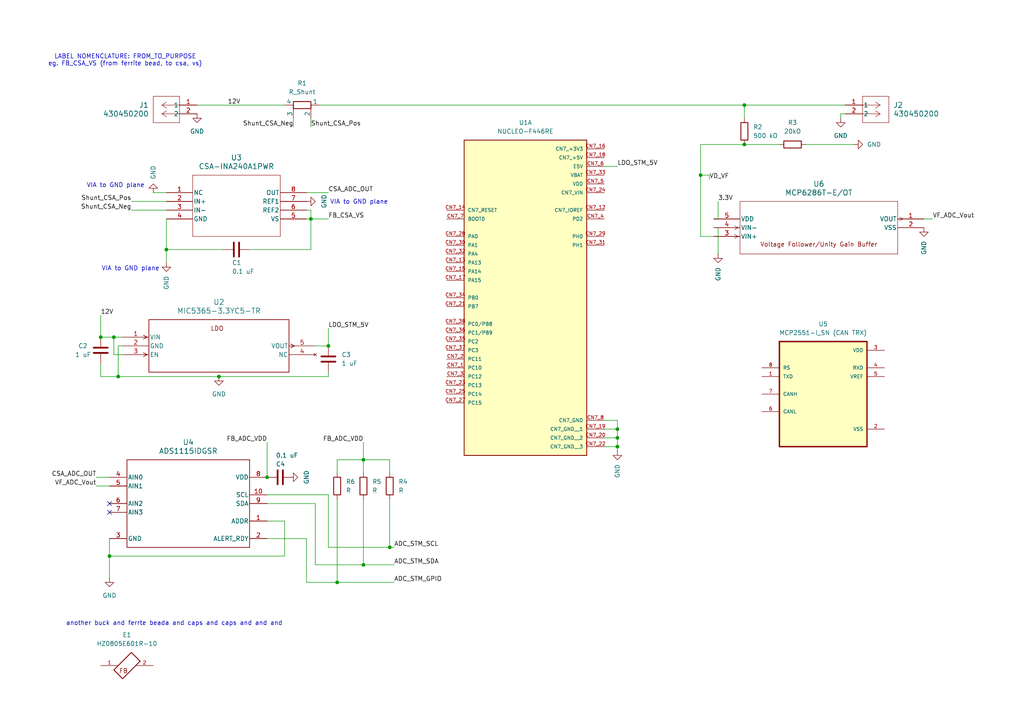
<source format=kicad_sch>
(kicad_sch (version 20250114) (generator "eeschema") (generator_version "9.0")
  (paper "A4")
  (lib_symbols
    (symbol "Device:C" (pin_numbers (hide yes)) (pin_names (offset 0.254))
      (property "Reference" "C" (at 0.635 2.54 0))
      (property "Value" "C" (at 0.635 -2.54 0))
      (symbol "C_0_1"
        (polyline (pts (xy -2.032 0.762) (xy 2.032 0.762)) (stroke (width 0.508)))
        (polyline (pts (xy -2.032 -0.762) (xy 2.032 -0.762)) (stroke (width 0.508)))
      )
      (symbol "C_1_1"
        (pin passive line (at 0 3.81 270) (length 2.794) (name "~") (number "1"))
        (pin passive line (at 0 -3.81 90) (length 2.794) (name "~") (number "2"))
      )
    )
    (symbol "Device:R" (pin_numbers (hide yes)) (pin_names (offset 0))
      (property "Reference" "R" (at 2.032 0 90))
      (property "Value" "R" (at 0 0 90))
      (symbol "R_0_1"
        (rectangle (start -1.016 -2.54) (end 1.016 2.54) (stroke (width 0.254)))
      )
      (symbol "R_1_1"
        (pin passive line (at 0 3.81 270) (length 1.27) (name "~") (number "1"))
        (pin passive line (at 0 -3.81 90) (length 1.27) (name "~") (number "2"))
      )
    )
    (symbol "Device:R_Shunt" (pin_numbers (hide yes)) (pin_names (offset 0))
      (property "Reference" "R" (at -4.445 0 90))
      (property "Value" "R_Shunt" (at -2.54 0 90))
      (symbol "R_Shunt_0_1"
        (rectangle (start -1.016 -2.54) (end 1.016 2.54) (stroke (width 0.254)))
        (polyline (pts (xy 0 -2.54) (xy 1.27 -2.54)))
        (polyline (pts (xy 1.27 2.54) (xy 0 2.54)))
      )
      (symbol "R_Shunt_1_1"
        (pin passive line (at 0 5.08 270) (length 2.54) (name "1") (number "1"))
        (pin passive line (at 0 -5.08 90) (length 2.54) (name "4") (number "4"))
        (pin passive line (at 3.81 2.54 180) (length 2.54) (name "2") (number "2"))
        (pin passive line (at 3.81 -2.54 180) (length 2.54) (name "3") (number "3"))
      )
    )
    (symbol "SMV_Custom:430450200" (pin_names (offset 0.254))
      (property "Reference" "J" (at 8.89 6.35 0))
      (property "Value" "430450200" (at -3.048 -7.62 0))
      (symbol "430450200_1_1"
        (polyline (pts (xy 5.08 2.54) (xy 5.08 -5.08)) (stroke (width 0.127)))
        (polyline (pts (xy 5.08 -5.08) (xy 12.7 -5.08)) (stroke (width 0.127)))
        (polyline (pts (xy 10.16 0) (xy 5.08 0)) (stroke (width 0.127)))
        (polyline (pts (xy 10.16 0) (xy 8.89 0.8467)) (stroke (width 0.127)))
        (polyline (pts (xy 10.16 0) (xy 8.89 -0.8467)) (stroke (width 0.127)))
        (polyline (pts (xy 10.16 -2.54) (xy 5.08 -2.54)) (stroke (width 0.127)))
        (polyline (pts (xy 10.16 -2.54) (xy 8.89 -1.6933)) (stroke (width 0.127)))
        (polyline (pts (xy 10.16 -2.54) (xy 8.89 -3.3867)) (stroke (width 0.127)))
        (polyline (pts (xy 12.7 2.54) (xy 5.08 2.54)) (stroke (width 0.127)))
        (polyline (pts (xy 12.7 -5.08) (xy 12.7 2.54)) (stroke (width 0.127)))
        (pin unspecified line (at 0 0 0) (length 5.08) (name "1") (number "1"))
        (pin unspecified line (at 0 -2.54 0) (length 5.08) (name "2") (number "2"))
      )
      (symbol "430450200_1_2"
        (polyline (pts (xy 5.08 2.54) (xy 5.08 -5.08)) (stroke (width 0.127)))
        (polyline (pts (xy 5.08 -5.08) (xy 12.7 -5.08)) (stroke (width 0.127)))
        (polyline (pts (xy 7.62 0) (xy 5.08 0)) (stroke (width 0.127)))
        (polyline (pts (xy 7.62 0) (xy 8.89 0.8467)) (stroke (width 0.127)))
        (polyline (pts (xy 7.62 0) (xy 8.89 -0.8467)) (stroke (width 0.127)))
        (polyline (pts (xy 7.62 -2.54) (xy 5.08 -2.54)) (stroke (width 0.127)))
        (polyline (pts (xy 7.62 -2.54) (xy 8.89 -1.6933)) (stroke (width 0.127)))
        (polyline (pts (xy 7.62 -2.54) (xy 8.89 -3.3867)) (stroke (width 0.127)))
        (polyline (pts (xy 12.7 2.54) (xy 5.08 2.54)) (stroke (width 0.127)))
        (polyline (pts (xy 12.7 -5.08) (xy 12.7 2.54)) (stroke (width 0.127)))
        (pin unspecified line (at 0 0 0) (length 5.08) (name "1") (number "1"))
        (pin unspecified line (at 0 -2.54 0) (length 5.08) (name "2") (number "2"))
      )
    )
    (symbol "SMV_Custom:ADS1115IDGSR" (pin_names (offset 0.254))
      (property "Reference" "U" (at 0 2.54 0))
      (property "Value" "ADS1115IDGSR" (at 0 0 0))
      (symbol "ADS1115IDGSR_0_1"
        (polyline (pts (xy -17.78 12.7) (xy -17.78 -12.7)) (stroke (width 0.2032)))
        (polyline (pts (xy -17.78 -12.7) (xy 17.78 -12.7)) (stroke (width 0.2032)))
        (polyline (pts (xy 17.78 12.7) (xy -17.78 12.7)) (stroke (width 0.2032)))
        (polyline (pts (xy 17.78 -12.7) (xy 17.78 12.7)) (stroke (width 0.2032)))
        (pin power_in line (at -22.86 7.62 0) (length 5.08) (name "VDD") (number "8"))
        (pin input line (at -22.86 2.54 0) (length 5.08) (name "SCL") (number "10"))
        (pin bidirectional line (at -22.86 0 0) (length 5.08) (name "SDA") (number "9"))
        (pin input line (at -22.86 -5.08 0) (length 5.08) (name "ADDR") (number "1"))
        (pin output line (at -22.86 -10.16 0) (length 5.08) (name "ALERT_RDY") (number "2"))
        (pin input line (at 22.86 7.62 180) (length 5.08) (name "AIN0") (number "4"))
        (pin input line (at 22.86 5.08 180) (length 5.08) (name "AIN1") (number "5"))
        (pin input line (at 22.86 0 180) (length 5.08) (name "AIN2") (number "6"))
        (pin input line (at 22.86 -2.54 180) (length 5.08) (name "AIN3") (number "7"))
        (pin power_in line (at 22.86 -10.16 180) (length 5.08) (name "GND") (number "3"))
      )
    )
    (symbol "SMV_Custom:CSA-INA240A1PWR" (pin_names (offset 0.254))
      (property "Reference" "U" (at 20.32 10.16 0))
      (property "Value" "CSA-INA240A1PWR" (at 20.32 7.62 0))
      (symbol "CSA-INA240A1PWR_0_1"
        (polyline (pts (xy 7.62 5.08) (xy 7.62 -12.7)) (stroke (width 0.127)))
        (polyline (pts (xy 7.62 -12.7) (xy 33.02 -12.7)) (stroke (width 0.127)))
        (polyline (pts (xy 33.02 5.08) (xy 7.62 5.08)) (stroke (width 0.127)))
        (polyline (pts (xy 33.02 -12.7) (xy 33.02 5.08)) (stroke (width 0.127)))
        (pin unspecified line (at 0 0 0) (length 7.62) (name "NC") (number "1"))
        (pin input line (at 0 -2.54 0) (length 7.62) (name "IN+") (number "2"))
        (pin input line (at 0 -5.08 0) (length 7.62) (name "IN-") (number "3"))
        (pin power_in line (at 0 -7.62 0) (length 7.62) (name "GND") (number "4"))
        (pin output line (at 40.64 0 180) (length 7.62) (name "OUT") (number "8"))
        (pin input line (at 40.64 -2.54 180) (length 7.62) (name "REF1") (number "7"))
        (pin input line (at 40.64 -5.08 180) (length 7.62) (name "REF2") (number "6"))
        (pin power_in line (at 40.64 -7.62 180) (length 7.62) (name "VS") (number "5"))
      )
    )
    (symbol "SMV_Custom:HZ0805E601R-10" (pin_names (offset 1.016))
      (property "Reference" "E" (at -7.6244 5.0815 0))
      (property "Value" "HZ0805E601R-10" (at -7.63 -7.6266 0))
      (symbol "HZ0805E601R-10_0_0"
        (polyline (pts (xy -3.81 -1.27) (xy -1.27 -3.81)) (stroke (width 0.254)))
        (polyline (pts (xy -1.27 -3.81) (xy 3.81 1.27)) (stroke (width 0.254)))
        (polyline (pts (xy 1.27 3.81) (xy -3.81 -1.27)) (stroke (width 0.254)))
        (polyline (pts (xy 3.81 1.27) (xy 1.27 3.81)) (stroke (width 0.254)))
        (pin passive line (at -7.62 0 0) (length 5.08) (name "~") (number "1"))
        (pin passive line (at 7.62 0 180) (length 5.08) (name "~") (number "2"))
      )
      (symbol "HZ0805E601R-10_1_1"
        (text "FB" (at -1.016 -1.524 0) (effects (font (size 1.27 1.27))))
      )
    )
    (symbol "SMV_Custom:MCP2551-I_SN (CAN TRX)" (pin_names (offset 1.016))
      (property "Reference" "U" (at -12.7 16.24 0))
      (property "Value" "MCP2551-I_SN (CAN TRX)" (at -12.7 -19.24 0))
      (symbol "MCP2551-I_SN (CAN TRX)_0_0"
        (rectangle (start -12.7 -15.24) (end 12.7 15.24) (stroke (width 0.41)) (fill (type background)))
        (pin input line (at -17.78 7.62 0) (length 5.08) (name "RS") (number "8"))
        (pin input line (at -17.78 5.08 0) (length 5.08) (name "TXD") (number "1"))
        (pin bidirectional line (at -17.78 0 0) (length 5.08) (name "CANH") (number "7"))
        (pin bidirectional line (at -17.78 -5.08 0) (length 5.08) (name "CANL") (number "6"))
        (pin power_in line (at 17.78 12.7 180) (length 5.08) (name "VDD") (number "3"))
        (pin output line (at 17.78 7.62 180) (length 5.08) (name "RXD") (number "4"))
        (pin output line (at 17.78 5.08 180) (length 5.08) (name "VREF") (number "5"))
        (pin power_in line (at 17.78 -10.16 180) (length 5.08) (name "VSS") (number "2"))
      )
    )
    (symbol "SMV_Custom:MCP6286T-E_OT" (pin_names (offset 0.254))
      (property "Reference" "U6" (at 30.48 10.16 0))
      (property "Value" "MCP6286T-E/OT" (at 30.48 7.62 0))
      (symbol "MCP6286T-E_OT_0_1"
        (polyline (pts (xy 7.0993 0.5207) (xy 6.0579 0)) (stroke (width 0.127)))
        (polyline (pts (xy 7.0993 -0.5207) (xy 6.0579 0)) (stroke (width 0.127)))
        (polyline (pts (xy 7.62 5.08) (xy 7.62 -10.16)) (stroke (width 0.127)))
        (polyline (pts (xy 7.62 -10.16) (xy 53.34 -10.16)) (stroke (width 0.127)))
        (polyline (pts (xy 53.34 5.08) (xy 7.62 5.08)) (stroke (width 0.127)))
        (polyline (pts (xy 53.34 -10.16) (xy 53.34 5.08)) (stroke (width 0.127)))
        (polyline (pts (xy 53.8607 -2.54) (xy 54.9021 -2.0193)) (stroke (width 0.127)))
        (polyline (pts (xy 53.8607 -2.54) (xy 54.9021 -3.0607)) (stroke (width 0.127)))
        (polyline (pts (xy 53.8607 -5.08) (xy 54.9021 -4.5593)) (stroke (width 0.127)))
        (polyline (pts (xy 53.8607 -5.08) (xy 54.9021 -5.6007)) (stroke (width 0.127)))
        (pin output line (at 0 0 0) (length 7.62) (name "VOUT") (number "1"))
        (pin power_in line (at 0 -2.54 0) (length 7.62) (name "VSS") (number "2"))
        (pin power_in line (at 60.96 0 180) (length 7.62) (name "VDD") (number "5"))
        (pin input line (at 60.96 -2.54 180) (length 7.62) (name "VIN-") (number "4"))
        (pin input line (at 60.96 -5.08 180) (length 7.62) (name "VIN+") (number "3"))
      )
      (symbol "MCP6286T-E_OT_1_1"
        (text "Voltage Follower/Unity Gain Buffer" (at 30.48 -7.366 0) (effects (font (size 1.27 1.27))))
      )
    )
    (symbol "SMV_Custom:MIC5365-3.3YC5-TR" (pin_names (offset 0.254))
      (property "Reference" "U" (at 27.94 10.16 0))
      (property "Value" "MIC5365-3.3YC5-TR" (at 27.94 7.62 0))
      (symbol "MIC5365-3.3YC5-TR_0_1"
        (polyline (pts (xy 7.0993 0) (xy 6.0579 0.5207)) (stroke (width 0.2032)))
        (polyline (pts (xy 7.0993 0) (xy 6.0579 -0.5207)) (stroke (width 0.2032)))
        (polyline (pts (xy 7.0993 -5.08) (xy 6.0579 -4.5593)) (stroke (width 0.2032)))
        (polyline (pts (xy 7.0993 -5.08) (xy 6.0579 -5.6007)) (stroke (width 0.2032)))
        (polyline (pts (xy 7.62 5.08) (xy 7.62 -10.16)) (stroke (width 0.2032)))
        (polyline (pts (xy 7.62 -10.16) (xy 48.26 -10.16)) (stroke (width 0.2032)))
        (polyline (pts (xy 48.26 5.08) (xy 7.62 5.08)) (stroke (width 0.2032)))
        (polyline (pts (xy 48.26 -10.16) (xy 48.26 5.08)) (stroke (width 0.2032)))
        (polyline (pts (xy 48.7807 -2.0193) (xy 49.8221 -2.54)) (stroke (width 0.2032)))
        (polyline (pts (xy 48.7807 -3.0607) (xy 49.8221 -2.54)) (stroke (width 0.2032)))
        (pin input line (at 0 0 0) (length 7.62) (name "VIN") (number "1"))
        (pin power_in line (at 0 -2.54 0) (length 7.62) (name "GND") (number "2"))
        (pin input line (at 0 -5.08 0) (length 7.62) (name "EN") (number "3"))
        (pin output line (at 55.88 -2.54 180) (length 7.62) (name "VOUT") (number "5"))
        (pin no_connect line (at 55.88 -5.08 180) (length 7.62) (name "NC") (number "4"))
      )
      (symbol "MIC5365-3.3YC5-TR_1_1"
        (text "LDO\n" (at 27.432 2.54 0) (effects (font (size 1.27 1.27))))
      )
    )
    (symbol "SMV_Custom:NUCLEO-F446RE" (pin_names (offset 1.016))
      (property "Reference" "U" (at -17.78 41.91 0))
      (property "Value" "NUCLEO-F446RE" (at -17.78 -52.07 0))
      (symbol "NUCLEO-F446RE_1_0"
        (rectangle (start -17.78 -50.8) (end 17.78 40.64) (stroke (width 0.254)) (fill (type background)))
        (pin bidirectional line (at -22.86 20.32 0) (length 5.08) (name "CN7_RESET") (number "CN7_14"))
        (pin bidirectional line (at -22.86 17.78 0) (length 5.08) (name "BOOT0") (number "CN7_7"))
        (pin bidirectional line (at -22.86 12.7 0) (length 5.08) (name "PA0") (number "CN7_28"))
        (pin bidirectional line (at -22.86 10.16 0) (length 5.08) (name "PA1") (number "CN7_30"))
        (pin bidirectional line (at -22.86 7.62 0) (length 5.08) (name "PA4") (number "CN7_32"))
        (pin bidirectional line (at -22.86 5.08 0) (length 5.08) (name "PA13") (number "CN7_13"))
        (pin bidirectional line (at -22.86 2.54 0) (length 5.08) (name "PA14") (number "CN7_15"))
        (pin bidirectional line (at -22.86 0 0) (length 5.08) (name "PA15") (number "CN7_17"))
        (pin bidirectional line (at -22.86 -5.08 0) (length 5.08) (name "PB0") (number "CN7_34"))
        (pin bidirectional line (at -22.86 -7.62 0) (length 5.08) (name "PB7") (number "CN7_21"))
        (pin bidirectional line (at -22.86 -12.7 0) (length 5.08) (name "PC0/PB8") (number "CN7_38"))
        (pin bidirectional line (at -22.86 -15.24 0) (length 5.08) (name "PC1/PB9") (number "CN7_36"))
        (pin bidirectional line (at -22.86 -17.78 0) (length 5.08) (name "PC2") (number "CN7_35"))
        (pin bidirectional line (at -22.86 -20.32 0) (length 5.08) (name "PC3") (number "CN7_37"))
        (pin bidirectional line (at -22.86 -22.86 0) (length 5.08) (name "PC11") (number "CN7_2"))
        (pin bidirectional line (at -22.86 -25.4 0) (length 5.08) (name "PC10") (number "CN7_1"))
        (pin bidirectional line (at -22.86 -27.94 0) (length 5.08) (name "PC12") (number "CN7_3"))
        (pin bidirectional line (at -22.86 -30.48 0) (length 5.08) (name "PC13") (number "CN7_23"))
        (pin bidirectional line (at -22.86 -33.02 0) (length 5.08) (name "PC14") (number "CN7_25"))
        (pin bidirectional line (at -22.86 -35.56 0) (length 5.08) (name "PC15") (number "CN7_27"))
        (pin power_in line (at 22.86 38.1 180) (length 5.08) (name "CN7_+3V3") (number "CN7_16"))
        (pin power_in line (at 22.86 35.56 180) (length 5.08) (name "CN7_+5V") (number "CN7_18"))
        (pin power_in line (at 22.86 33.02 180) (length 5.08) (name "E5V") (number "CN7_6"))
        (pin power_in line (at 22.86 30.48 180) (length 5.08) (name "VBAT") (number "CN7_33"))
        (pin power_in line (at 22.86 27.94 180) (length 5.08) (name "VDD") (number "CN7_5"))
        (pin power_in line (at 22.86 25.4 180) (length 5.08) (name "CN7_VIN") (number "CN7_24"))
        (pin bidirectional line (at 22.86 20.32 180) (length 5.08) (name "CN7_IOREF") (number "CN7_12"))
        (pin bidirectional line (at 22.86 17.78 180) (length 5.08) (name "PD2") (number "CN7_4"))
        (pin bidirectional line (at 22.86 12.7 180) (length 5.08) (name "PH0") (number "CN7_29"))
        (pin bidirectional line (at 22.86 10.16 180) (length 5.08) (name "PH1") (number "CN7_31"))
        (pin power_in line (at 22.86 -40.64 180) (length 5.08) (name "CN7_GND") (number "CN7_8"))
        (pin power_in line (at 22.86 -43.18 180) (length 5.08) (name "CN7_GND__1") (number "CN7_19"))
        (pin power_in line (at 22.86 -45.72 180) (length 5.08) (name "CN7_GND__2") (number "CN7_20"))
        (pin power_in line (at 22.86 -48.26 180) (length 5.08) (name "CN7_GND__3") (number "CN7_22"))
      )
      (symbol "NUCLEO-F446RE_2_0"
        (rectangle (start -12.7 -43.18) (end 12.7 38.1) (stroke (width 0.254)) (fill (type background)))
        (pin bidirectional line (at -17.78 27.94 0) (length 5.08) (name "PA2") (number "CN10_35"))
        (pin bidirectional line (at -17.78 25.4 0) (length 5.08) (name "PA3") (number "CN10_37"))
        (pin bidirectional line (at -17.78 22.86 0) (length 5.08) (name "PA5") (number "CN10_11"))
        (pin bidirectional line (at -17.78 20.32 0) (length 5.08) (name "PA6") (number "CN10_13"))
        (pin bidirectional line (at -17.78 17.78 0) (length 5.08) (name "PA7") (number "CN10_15"))
        (pin bidirectional line (at -17.78 15.24 0) (length 5.08) (name "PA8") (number "CN10_23"))
        (pin bidirectional line (at -17.78 12.7 0) (length 5.08) (name "PA9") (number "CN10_21"))
        (pin bidirectional line (at -17.78 10.16 0) (length 5.08) (name "PA10") (number "CN10_33"))
        (pin bidirectional line (at -17.78 7.62 0) (length 5.08) (name "PA11") (number "CN10_14"))
        (pin bidirectional line (at -17.78 5.08 0) (length 5.08) (name "PA12") (number "CN10_12"))
        (pin bidirectional line (at -17.78 0 0) (length 5.08) (name "PB1") (number "CN10_24"))
        (pin bidirectional line (at -17.78 -2.54 0) (length 5.08) (name "PB2") (number "CN10_22"))
        (pin bidirectional line (at -17.78 -5.08 0) (length 5.08) (name "PB3") (number "CN10_31"))
        (pin bidirectional line (at -17.78 -7.62 0) (length 5.08) (name "PB4") (number "CN10_27"))
        (pin bidirectional line (at -17.78 -10.16 0) (length 5.08) (name "PB5") (number "CN10_29"))
        (pin bidirectional line (at -17.78 -12.7 0) (length 5.08) (name "PB6") (number "CN10_17"))
        (pin bidirectional line (at -17.78 -15.24 0) (length 5.08) (name "PB8") (number "CN10_3"))
        (pin bidirectional line (at -17.78 -17.78 0) (length 5.08) (name "PB9") (number "CN10_5"))
        (pin bidirectional line (at -17.78 -20.32 0) (length 5.08) (name "PB10") (number "CN10_25"))
        (pin bidirectional line (at -17.78 -22.86 0) (length 5.08) (name "PB12") (number "CN10_16"))
        (pin bidirectional line (at -17.78 -25.4 0) (length 5.08) (name "PB13") (number "CN10_30"))
        (pin bidirectional line (at -17.78 -27.94 0) (length 5.08) (name "PB14") (number "CN10_28"))
        (pin bidirectional line (at -17.78 -30.48 0) (length 5.08) (name "PB15") (number "CN10_26"))
        (pin power_in line (at 17.78 35.56 180) (length 5.08) (name "AVDD") (number "CN10_7"))
        (pin power_in line (at 17.78 33.02 180) (length 5.08) (name "U5V") (number "CN10_8"))
        (pin bidirectional line (at 17.78 27.94 180) (length 5.08) (name "PC4") (number "CN10_34"))
        (pin bidirectional line (at 17.78 25.4 180) (length 5.08) (name "PC5") (number "CN10_6"))
        (pin bidirectional line (at 17.78 22.86 180) (length 5.08) (name "PC6") (number "CN10_4"))
        (pin bidirectional line (at 17.78 20.32 180) (length 5.08) (name "PC7") (number "CN10_19"))
        (pin bidirectional line (at 17.78 17.78 180) (length 5.08) (name "PC8") (number "CN10_2"))
        (pin bidirectional line (at 17.78 15.24 180) (length 5.08) (name "PC9") (number "CN10_1"))
        (pin power_in line (at 17.78 -35.56 180) (length 5.08) (name "AGND") (number "CN10_32"))
        (pin power_in line (at 17.78 -38.1 180) (length 5.08) (name "CN10_GND") (number "CN10_9"))
        (pin power_in line (at 17.78 -40.64 180) (length 5.08) (name "CN10_GND__1") (number "CN10_20"))
      )
      (symbol "NUCLEO-F446RE_3_0"
        (rectangle (start -15.24 -15.24) (end 15.24 10.16) (stroke (width 0.254)) (fill (type background)))
        (pin bidirectional line (at -20.32 -2.54 0) (length 5.08) (name "CN6_RESET") (number "CN6_3"))
        (pin bidirectional line (at -20.32 -5.08 0) (length 5.08) (name "CN6_IOREF") (number "CN6_2"))
        (pin power_in line (at 20.32 7.62 180) (length 5.08) (name "CN6_VIN") (number "CN6_8"))
        (pin power_in line (at 20.32 5.08 180) (length 5.08) (name "CN6_+5V") (number "CN6_5"))
        (pin power_in line (at 20.32 2.54 180) (length 5.08) (name "CN6_+3V3") (number "CN6_4"))
        (pin power_in line (at 20.32 -10.16 180) (length 5.08) (name "CN6_GND") (number "CN6_6"))
        (pin power_in line (at 20.32 -12.7 180) (length 5.08) (name "CN6_GND__1") (number "CN6_7"))
      )
      (symbol "NUCLEO-F446RE_4_0"
        (rectangle (start -5.08 -12.7) (end 5.08 12.7) (stroke (width 0.254)) (fill (type background)))
        (pin input line (at -10.16 10.16 0) (length 5.08) (name "D0") (number "CN9_1"))
        (pin output line (at -10.16 7.62 0) (length 5.08) (name "D1") (number "CN9_2"))
        (pin bidirectional line (at -10.16 2.54 0) (length 5.08) (name "D2") (number "CN9_3"))
        (pin bidirectional line (at -10.16 0 0) (length 5.08) (name "D3") (number "CN9_4"))
        (pin bidirectional line (at -10.16 -2.54 0) (length 5.08) (name "D4") (number "CN9_5"))
        (pin bidirectional line (at -10.16 -5.08 0) (length 5.08) (name "D5") (number "CN9_6"))
        (pin bidirectional line (at -10.16 -7.62 0) (length 5.08) (name "D6") (number "CN9_7"))
        (pin bidirectional line (at -10.16 -10.16 0) (length 5.08) (name "D7") (number "CN9_8"))
      )
      (symbol "NUCLEO-F446RE_5_0"
        (rectangle (start -5.08 -10.16) (end 5.08 7.62) (stroke (width 0.254)) (fill (type background)))
        (pin input line (at -10.16 5.08 0) (length 5.08) (name "A0") (number "CN8_1"))
        (pin input line (at -10.16 2.54 0) (length 5.08) (name "A1") (number "CN8_2"))
        (pin input line (at -10.16 0 0) (length 5.08) (name "A2") (number "CN8_3"))
        (pin input line (at -10.16 -2.54 0) (length 5.08) (name "A3") (number "CN8_4"))
        (pin input line (at -10.16 -5.08 0) (length 5.08) (name "A4") (number "CN8_5"))
        (pin input line (at -10.16 -7.62 0) (length 5.08) (name "A5") (number "CN8_6"))
      )
      (symbol "NUCLEO-F446RE_6_0"
        (rectangle (start -10.16 -17.78) (end 10.16 15.24) (stroke (width 0.254)) (fill (type background)))
        (pin bidirectional line (at -15.24 7.62 0) (length 5.08) (name "D8") (number "CN5_1"))
        (pin bidirectional line (at -15.24 5.08 0) (length 5.08) (name "D9") (number "CN5_2"))
        (pin bidirectional line (at -15.24 2.54 0) (length 5.08) (name "D10") (number "CN5_3"))
        (pin bidirectional line (at -15.24 0 0) (length 5.08) (name "D11") (number "CN5_4"))
        (pin bidirectional line (at -15.24 -2.54 0) (length 5.08) (name "D12") (number "CN5_5"))
        (pin bidirectional clock (at -15.24 -5.08 0) (length 5.08) (name "D13") (number "CN5_6"))
        (pin bidirectional line (at -15.24 -7.62 0) (length 5.08) (name "D14") (number "CN5_9"))
        (pin bidirectional clock (at -15.24 -10.16 0) (length 5.08) (name "D15") (number "CN5_10"))
        (pin power_in line (at 15.24 12.7 180) (length 5.08) (name "AREF") (number "CN5_8"))
        (pin power_in line (at 15.24 -15.24 180) (length 5.08) (name "CN5_GND") (number "CN5_7"))
      )
    )
    (symbol "power:GND" (power) (pin_numbers (hide yes)) (pin_names (offset 0) (hide yes))
      (property "Value" "GND" (at 0 -3.81 0))
      (symbol "GND_0_1"
        (polyline (pts (xy 0 0) (xy 0 -1.27) (xy 1.27 -1.27) (xy 0 -2.54) (xy -1.27 -1.27) (xy 0 -1.27)))
      )
      (symbol "GND_1_1"
        (pin power_in line (at 0 0 270) (length 0) (name "~") (number "1"))
      )
    )
  )
  (text "VIA to GND plane" (at 33.528 53.848 0) (effects (font (size 1.27 1.27))))
  (text "another buck and ferrte beada and caps and caps and and and" (at 50.546 180.848 0) (effects (font (size 1.27 1.27))))
  (text "VIA to GND plane" (at 104.14 58.674 0) (effects (font (size 1.27 1.27))))
  (text "VIA to GND plane" (at 37.846 77.978 0) (effects (font (size 1.27 1.27))))
  (text "LABEL NOMENCLATURE: FROM_TO_PURPOSE\neg. FB_CSA_VS (from ferrite bead, to csa, vs)" (at 36.322 17.526 0) (effects (font (size 1.27 1.27))))
  (junction (at 105.41 133.35))
  (junction (at 29.21 97.79))
  (junction (at 33.02 97.79))
  (junction (at 48.26 72.39))
  (junction (at 31.75 161.29))
  (junction (at 95.25 100.33))
  (junction (at 63.5 109.22))
  (junction (at 34.29 109.22))
  (junction (at 215.9 30.48))
  (junction (at 90.17 63.5))
  (junction (at 113.03 158.75))
  (junction (at 179.07 124.46))
  (junction (at 105.41 163.83))
  (junction (at 179.07 127))
  (junction (at 215.9 41.91))
  (junction (at 179.07 129.54))
  (junction (at 77.47 138.43))
  (junction (at 97.79 168.91))
  (junction (at 203.2 50.8))
  (no_connect (at 31.75 148.59))
  (no_connect (at 31.75 146.05))
  (wire (pts (xy 88.9 60.96) (xy 90.17 60.96)))
  (wire (pts (xy 77.47 146.05) (xy 91.44 146.05)))
  (wire (pts (xy 179.07 127) (xy 179.07 129.54)))
  (wire (pts (xy 105.41 133.35) (xy 105.41 137.16)))
  (wire (pts (xy 203.2 50.8) (xy 203.2 41.91)))
  (wire (pts (xy 97.79 133.35) (xy 97.79 137.16)))
  (wire (pts (xy 208.28 58.42) (xy 208.28 63.5)))
  (wire (pts (xy 175.26 121.92) (xy 179.07 121.92)))
  (wire (pts (xy 48.26 72.39) (xy 48.26 63.5)))
  (wire (pts (xy 57.15 30.48) (xy 82.55 30.48)))
  (wire (pts (xy 29.21 91.44) (xy 29.21 97.79)))
  (wire (pts (xy 77.47 151.13) (xy 82.55 151.13)))
  (wire (pts (xy 179.07 124.46) (xy 179.07 127)))
  (wire (pts (xy 90.17 63.5) (xy 88.9 63.5)))
  (wire (pts (xy 82.55 161.29) (xy 31.75 161.29)))
  (wire (pts (xy 29.21 109.22) (xy 34.29 109.22)))
  (wire (pts (xy 31.75 140.97) (xy 27.94 140.97)))
  (wire (pts (xy 90.17 60.96) (xy 90.17 63.5)))
  (wire (pts (xy 207.01 68.58) (xy 203.2 68.58)))
  (wire (pts (xy 88.9 55.88) (xy 95.25 55.88)))
  (wire (pts (xy 29.21 105.41) (xy 29.21 109.22)))
  (wire (pts (xy 31.75 161.29) (xy 31.75 156.21)))
  (wire (pts (xy 208.28 63.5) (xy 207.01 63.5)))
  (wire (pts (xy 105.41 144.78) (xy 105.41 163.83)))
  (wire (pts (xy 113.03 158.75) (xy 114.3 158.75)))
  (wire (pts (xy 35.56 100.33) (xy 34.29 100.33)))
  (wire (pts (xy 27.94 138.43) (xy 31.75 138.43)))
  (wire (pts (xy 105.41 133.35) (xy 97.79 133.35)))
  (wire (pts (xy 91.44 163.83) (xy 105.41 163.83)))
  (wire (pts (xy 97.79 144.78) (xy 97.79 168.91)))
  (wire (pts (xy 95.25 95.25) (xy 95.25 100.33)))
  (wire (pts (xy 179.07 129.54) (xy 179.07 130.81)))
  (wire (pts (xy 113.03 144.78) (xy 113.03 158.75)))
  (wire (pts (xy 175.26 127) (xy 179.07 127)))
  (wire (pts (xy 203.2 68.58) (xy 203.2 50.8)))
  (wire (pts (xy 243.84 33.02) (xy 245.11 33.02)))
  (wire (pts (xy 72.39 72.39) (xy 90.17 72.39)))
  (wire (pts (xy 105.41 163.83) (xy 114.3 163.83)))
  (wire (pts (xy 95.25 109.22) (xy 63.5 109.22)))
  (wire (pts (xy 243.84 34.29) (xy 243.84 33.02)))
  (wire (pts (xy 215.9 41.91) (xy 226.06 41.91)))
  (wire (pts (xy 203.2 41.91) (xy 215.9 41.91)))
  (wire (pts (xy 105.41 128.27) (xy 105.41 133.35)))
  (wire (pts (xy 82.55 151.13) (xy 82.55 161.29)))
  (wire (pts (xy 233.68 41.91) (xy 247.65 41.91)))
  (wire (pts (xy 90.17 72.39) (xy 90.17 63.5)))
  (wire (pts (xy 215.9 30.48) (xy 215.9 34.29)))
  (wire (pts (xy 33.02 97.79) (xy 35.56 97.79)))
  (wire (pts (xy 113.03 133.35) (xy 113.03 137.16)))
  (wire (pts (xy 205.74 52.07) (xy 205.74 50.8)))
  (wire (pts (xy 175.26 124.46) (xy 179.07 124.46)))
  (wire (pts (xy 38.1 58.42) (xy 48.26 58.42)))
  (wire (pts (xy 34.29 100.33) (xy 34.29 109.22)))
  (wire (pts (xy 97.79 168.91) (xy 114.3 168.91)))
  (wire (pts (xy 105.41 133.35) (xy 113.03 133.35)))
  (wire (pts (xy 44.45 55.88) (xy 48.26 55.88)))
  (wire (pts (xy 88.9 156.21) (xy 88.9 168.91)))
  (wire (pts (xy 38.1 60.96) (xy 48.26 60.96)))
  (wire (pts (xy 175.26 48.26) (xy 179.07 48.26)))
  (wire (pts (xy 90.17 36.83) (xy 90.17 34.29)))
  (wire (pts (xy 91.44 146.05) (xy 91.44 163.83)))
  (wire (pts (xy 48.26 72.39) (xy 48.26 76.2)))
  (wire (pts (xy 95.25 143.51) (xy 95.25 158.75)))
  (wire (pts (xy 215.9 30.48) (xy 245.11 30.48)))
  (wire (pts (xy 179.07 121.92) (xy 179.07 124.46)))
  (wire (pts (xy 34.29 109.22) (xy 63.5 109.22)))
  (wire (pts (xy 35.56 102.87) (xy 33.02 102.87)))
  (wire (pts (xy 208.28 66.04) (xy 208.28 73.66)))
  (wire (pts (xy 33.02 97.79) (xy 33.02 102.87)))
  (wire (pts (xy 85.09 36.83) (xy 85.09 34.29)))
  (wire (pts (xy 175.26 129.54) (xy 179.07 129.54)))
  (wire (pts (xy 267.97 63.5) (xy 270.51 63.5)))
  (wire (pts (xy 29.21 97.79) (xy 33.02 97.79)))
  (wire (pts (xy 95.25 158.75) (xy 113.03 158.75)))
  (wire (pts (xy 88.9 168.91) (xy 97.79 168.91)))
  (wire (pts (xy 208.28 66.04) (xy 207.01 66.04)))
  (wire (pts (xy 205.74 50.8) (xy 203.2 50.8)))
  (wire (pts (xy 48.26 72.39) (xy 64.77 72.39)))
  (wire (pts (xy 85.09 138.43) (xy 83.82 138.43)))
  (wire (pts (xy 92.71 30.48) (xy 215.9 30.48)))
  (wire (pts (xy 95.25 107.95) (xy 95.25 109.22)))
  (wire (pts (xy 91.44 100.33) (xy 95.25 100.33)))
  (wire (pts (xy 31.75 167.64) (xy 31.75 161.29)))
  (wire (pts (xy 90.17 63.5) (xy 95.25 63.5)))
  (wire (pts (xy 77.47 143.51) (xy 95.25 143.51)))
  (wire (pts (xy 77.47 156.21) (xy 88.9 156.21)))
  (wire (pts (xy 77.47 128.27) (xy 77.47 138.43)))
  (label "FB_ADC_VDD" (at 77.47 128.27 180))
  (label "3.3V" (at 208.28 58.42 0))
  (label "LDO_STM_5V" (at 179.07 48.26 0))
  (label "VD_VF" (at 205.74 52.07 0))
  (label "FB_CSA_VS" (at 95.25 63.5 0))
  (label "12V" (at 29.21 91.44 0))
  (label "ADC_STM_SDA" (at 114.3 163.83 0))
  (label "Shunt_CSA_Pos" (at 38.1 58.42 180))
  (label "FB_ADC_VDD" (at 105.41 128.27 180))
  (label "LDO_STM_5V" (at 95.25 95.25 0))
  (label "Shunt_CSA_Pos" (at 90.17 36.83 0))
  (label "CSA_ADC_OUT" (at 95.25 55.88 0))
  (label "VF_ADC_Vout" (at 270.51 63.5 0))
  (label "Shunt_CSA_Neg" (at 85.09 36.83 180))
  (label "12V" (at 66.04 30.48 0))
  (label "CSA_ADC_OUT" (at 27.94 138.43 180))
  (label "ADC_STM_GPIO" (at 114.3 168.91 0))
  (label "VF_ADC_Vout" (at 27.94 140.97 180))
  (label "ADC_STM_SCL" (at 114.3 158.75 0))
  (label "Shunt_CSA_Neg" (at 38.1 60.96 180))
  (symbol (lib_id "Device:R") (at 229.87 41.91 90) (unit 1)
    (property "Reference" "R3" (at 229.87 35.56 90))
    (property "Value" "20kO" (at 229.87 38.1 90))
    (property "Description" "Resistor" (effects (hide yes)))
  )
  (symbol (lib_id "Device:C") (at 29.21 101.6 0) (mirror y) (unit 1)
    (property "Reference" "C2" (at 25.4 100.3299 0) (effects (justify left)))
    (property "Value" "1 uF" (at 26.416 102.87 0) (effects (justify left)))
    (property "Description" "Unpolarized capacitor" (effects (hide yes)))
  )
  (symbol (lib_id "SMV_Custom:HZ0805E601R-10") (at 36.83 193.04 0) (unit 1)
    (property "Reference" "E1" (at 36.83 184.15 0))
    (property "Value" "HZ0805E601R-10" (at 36.83 186.69 0))
    (property "Footprint" "HZ0805E601R-10:FB_HZ0805E601R-10" (effects (hide yes)))
    (property "STANDARD" "Manufacturer Recommendations" (effects (hide yes)))
    (property "MAXIMUM_PACKAGE_HEIGHT" "1.1 mm" (effects (hide yes)))
    (property "MANUFACTURER" "Laird" (effects (hide yes)))
  )
  (symbol (lib_id "power:GND") (at 243.84 34.29 0) (unit 1)
    (property "Reference" "#PWR06" (effects (hide yes)))
    (property "Value" "GND" (at 243.84 39.37 0))
    (property "Description" "Power symbol creates a global label with name \"GND\" , ground" (effects (hide yes)))
  )
  (symbol (lib_id "power:GND") (at 48.26 76.2 0) (mirror y) (unit 1)
    (property "Reference" "#PWR02" (effects (hide yes)))
    (property "Value" "GND" (at 48.2599 80.01 90) (effects (justify right)))
    (property "Description" "Power symbol creates a global label with name \"GND\" , ground" (effects (hide yes)))
  )
  (symbol (lib_id "power:GND") (at 83.82 138.43 90) (mirror x) (unit 1)
    (property "Reference" "#PWR011" (effects (hide yes)))
    (property "Value" "GND" (at 88.9 138.43 0))
    (property "Description" "Power symbol creates a global label with name \"GND\" , ground" (effects (hide yes)))
  )
  (symbol (lib_id "Device:R") (at 113.03 140.97 0) (unit 1)
    (property "Reference" "R4" (at 115.57 139.6999 0) (effects (justify left)))
    (property "Value" "R" (at 115.57 142.2399 0) (effects (justify left)))
    (property "Description" "Resistor" (effects (hide yes)))
  )
  (symbol (lib_id "Device:R") (at 97.79 140.97 0) (unit 1)
    (property "Reference" "R6" (at 100.33 139.6999 0) (effects (justify left)))
    (property "Value" "R" (at 100.33 142.2399 0) (effects (justify left)))
    (property "Description" "Resistor" (effects (hide yes)))
  )
  (symbol (lib_id "power:GND") (at 267.97 66.04 0) (unit 1)
    (property "Reference" "#PWR09" (effects (hide yes)))
    (property "Value" "GND" (at 267.9701 69.85 90) (effects (justify right)))
    (property "Description" "Power symbol creates a global label with name \"GND\" , ground" (effects (hide yes)))
  )
  (symbol (lib_id "power:GND") (at 31.75 167.64 0) (mirror y) (unit 1)
    (property "Reference" "#PWR08" (effects (hide yes)))
    (property "Value" "GND" (at 31.75 172.72 0))
    (property "Description" "Power symbol creates a global label with name \"GND\" , ground" (effects (hide yes)))
  )
  (symbol (lib_id "Device:R") (at 105.41 140.97 0) (unit 1)
    (property "Reference" "R5" (at 107.95 139.6999 0) (effects (justify left)))
    (property "Value" "R" (at 107.95 142.2399 0) (effects (justify left)))
    (property "Description" "Resistor" (effects (hide yes)))
  )
  (symbol (lib_id "Device:R_Shunt") (at 87.63 30.48 270) (unit 1)
    (property "Reference" "R1" (at 87.63 24.13 90))
    (property "Value" "R_Shunt" (at 87.63 26.67 90))
    (property "Description" "Shunt resistor" (effects (hide yes)))
  )
  (symbol (lib_id "SMV_Custom:430450200") (at 57.15 30.48 0) (mirror y) (unit 1)
    (property "Reference" "J1" (at 43.18 30.4799 0) (effects (font (size 1.524 1.524)) (justify left)))
    (property "Value" "430450200" (at 43.18 33.0199 0) (effects (font (size 1.524 1.524)) (justify left)))
    (property "Footprint" "SMV_Connectors:CONN_SD-43045-001_02_MOL" (effects (hide yes)))
    (property "Datasheet" "430450200" (effects (hide yes)))
  )
  (symbol (lib_id "power:GND") (at 179.07 130.81 0) (unit 1)
    (property "Reference" "#PWR010" (effects (hide yes)))
    (property "Value" "GND" (at 179.0701 134.62 90) (effects (justify right)))
    (property "Description" "Power symbol creates a global label with name \"GND\" , ground" (effects (hide yes)))
  )
  (symbol (lib_id "power:GND") (at 63.5 109.22 0) (mirror y) (unit 1)
    (property "Reference" "#PWR07" (effects (hide yes)))
    (property "Value" "GND" (at 63.5 114.3 0))
    (property "Description" "Power symbol creates a global label with name \"GND\" , ground" (effects (hide yes)))
  )
  (symbol (lib_id "SMV_Custom:CSA-INA240A1PWR") (at 48.26 55.88 0) (unit 1)
    (property "Reference" "U3" (at 68.58 45.72 0) (effects (font (size 1.524 1.524))))
    (property "Value" "CSA-INA240A1PWR" (at 68.58 48.26 0) (effects (font (size 1.524 1.524))))
    (property "Footprint" "PW0008A_N_TEX" (effects (hide yes)))
    (property "Datasheet" "https://www.ti.com/lit/gpn/ina240" (effects (hide yes)))
  )
  (symbol (lib_id "power:GND") (at 88.9 58.42 90) (mirror x) (unit 1)
    (property "Reference" "#PWR04" (effects (hide yes)))
    (property "Value" "GND" (at 93.98 58.42 0))
    (property "Description" "Power symbol creates a global label with name \"GND\" , ground" (effects (hide yes)))
  )
  (symbol (lib_id "SMV_Custom:MCP6286T-E_OT") (at 267.97 63.5 0) (mirror y) (unit 1)
    (property "Reference" "U6" (at 237.49 53.34 0) (effects (font (size 1.524 1.524))))
    (property "Value" "MCP6286T-E/OT" (at 237.49 55.88 0) (effects (font (size 1.524 1.524))))
    (property "Footprint" "SMV_ICs:SOT-23-5_MC_MCH" (effects (hide yes)))
    (property "Datasheet" "MCP6286T-E/OT" (effects (hide yes)))
  )
  (symbol (lib_id "SMV_Custom:ADS1115IDGSR") (at 54.61 146.05 0) (mirror y) (unit 1)
    (property "Reference" "U4" (at 54.61 128.27 0) (effects (font (size 1.524 1.524))))
    (property "Value" "ADS1115IDGSR" (at 54.61 130.81 0) (effects (font (size 1.524 1.524))))
    (property "Footprint" "DGS0010A_N" (effects (hide yes)))
    (property "Datasheet" "https://www.ti.com/lit/gpn/ads1115" (effects (hide yes)))
  )
  (symbol (lib_id "power:GND") (at 208.28 73.66 0) (unit 1)
    (property "Reference" "#PWR012" (effects (hide yes)))
    (property "Value" "GND" (at 208.2801 77.47 90) (effects (justify right)))
    (property "Description" "Power symbol creates a global label with name \"GND\" , ground" (effects (hide yes)))
  )
  (symbol (lib_id "SMV_Custom:NUCLEO-F446RE") (at 152.4 81.28 0) (unit 1)
    (property "Reference" "U1" (at 152.4 35.56 0))
    (property "Value" "NUCLEO-F446RE" (at 152.4 38.1 0))
    (property "Footprint" "NUCLEO-F446RE:MODULE_NUCLEO-F446RE" (effects (hide yes)))
    (property "PARTREV" "13" (effects (hide yes)))
    (property "STANDARD" "Manufacturer Recommendations" (effects (hide yes)))
    (property "MANUFACTURER" "STMicroelectronics" (effects (hide yes)))
  )
  (symbol (lib_id "Device:C") (at 81.28 138.43 270) (mirror x) (unit 1)
    (property "Reference" "C4" (at 80.01 134.6201 90) (effects (justify left)))
    (property "Value" "0.1 uF" (at 80.01 132.0801 90) (effects (justify left)))
    (property "Description" "Unpolarized capacitor" (effects (hide yes)))
  )
  (symbol (lib_id "SMV_Custom:430450200") (at 245.11 30.48 0) (unit 1)
    (property "Reference" "J2" (at 259.08 30.4799 0) (effects (font (size 1.524 1.524)) (justify left)))
    (property "Value" "430450200" (at 259.08 33.0199 0) (effects (font (size 1.524 1.524)) (justify left)))
    (property "Footprint" "SMV_Connectors:CONN_SD-43045-001_02_MOL" (effects (hide yes)))
    (property "Datasheet" "430450200" (effects (hide yes)))
  )
  (symbol (lib_id "Device:C") (at 95.25 104.14 0) (unit 1)
    (property "Reference" "C3" (at 99.06 102.8699 0) (effects (justify left)))
    (property "Value" "1 uF" (at 99.06 105.4099 0) (effects (justify left)))
    (property "Description" "Unpolarized capacitor" (effects (hide yes)))
  )
  (symbol (lib_id "Device:R") (at 215.9 38.1 0) (unit 1)
    (property "Reference" "R2" (at 218.44 36.8299 0) (effects (justify left)))
    (property "Value" "500 kO" (at 218.44 39.3699 0) (effects (justify left)))
    (property "Description" "Resistor" (effects (hide yes)))
  )
  (symbol (lib_id "SMV_Custom:MIC5365-3.3YC5-TR") (at 35.56 97.79 0) (unit 1)
    (property "Reference" "U2" (at 63.5 87.63 0) (effects (font (size 1.524 1.524))))
    (property "Value" "MIC5365-3.3YC5-TR" (at 63.5 90.17 0) (effects (font (size 1.524 1.524))))
    (property "Footprint" "SC-70_C5_MCH" (effects (hide yes)))
    (property "Datasheet" "MIC5365-3.3YC5-TR" (effects (hide yes)))
  )
  (symbol (lib_id "power:GND") (at 247.65 41.91 90) (unit 1)
    (property "Reference" "#PWR01" (effects (hide yes)))
    (property "Value" "GND" (at 251.46 41.9099 90) (effects (justify right)))
    (property "Description" "Power symbol creates a global label with name \"GND\" , ground" (effects (hide yes)))
  )
  (symbol (lib_id "power:GND") (at 57.15 33.02 0) (mirror y) (unit 1)
    (property "Reference" "#PWR05" (effects (hide yes)))
    (property "Value" "GND" (at 57.15 38.1 0))
    (property "Description" "Power symbol creates a global label with name \"GND\" , ground" (effects (hide yes)))
  )
  (symbol (lib_id "power:GND") (at 44.45 55.88 0) (mirror x) (unit 1)
    (property "Reference" "#PWR03" (effects (hide yes)))
    (property "Value" "GND" (at 44.4499 52.07 90) (effects (justify right)))
    (property "Description" "Power symbol creates a global label with name \"GND\" , ground" (effects (hide yes)))
  )
  (symbol (lib_id "SMV_Custom:MCP2551-I_SN (CAN TRX)") (at 238.76 114.3 0) (unit 1)
    (property "Reference" "U5" (at 238.76 93.98 0))
    (property "Value" "MCP2551-I_SN (CAN TRX)" (at 238.76 96.52 0))
    (property "Footprint" "MCP2551-I_SN:SOIC127P599X175-8N" (effects (hide yes)))
  )
  (symbol (lib_id "Device:C") (at 68.58 72.39 270) (unit 1)
    (property "Reference" "C1" (at 67.31 76.1999 90) (effects (justify left)))
    (property "Value" "0.1 uF" (at 67.31 78.7399 90) (effects (justify left)))
    (property "Description" "Unpolarized capacitor" (effects (hide yes)))
  )
)
</source>
